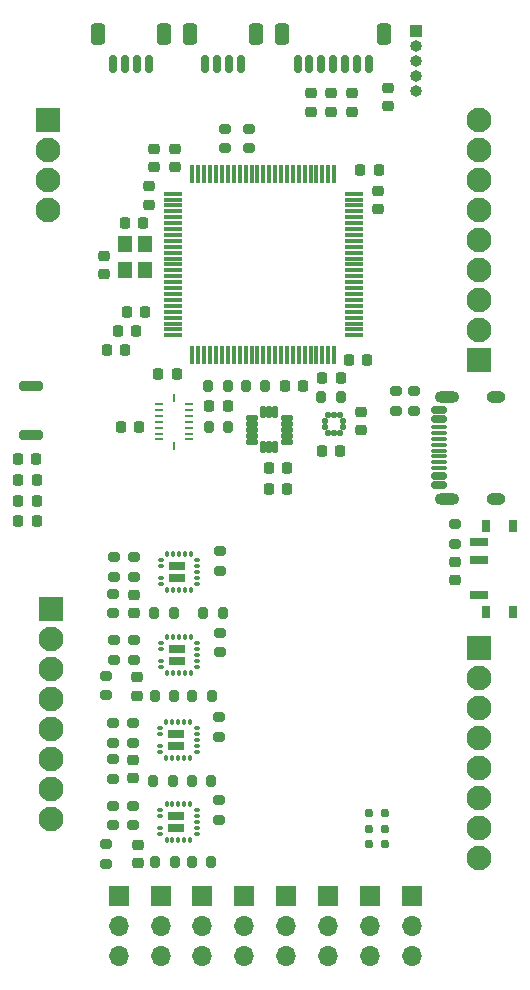
<source format=gbr>
%TF.GenerationSoftware,KiCad,Pcbnew,9.0.0*%
%TF.CreationDate,2025-04-29T15:48:10-04:00*%
%TF.ProjectId,Aurora Orbiton Edition,4175726f-7261-4204-9f72-6269746f6e20,rev?*%
%TF.SameCoordinates,Original*%
%TF.FileFunction,Soldermask,Top*%
%TF.FilePolarity,Negative*%
%FSLAX46Y46*%
G04 Gerber Fmt 4.6, Leading zero omitted, Abs format (unit mm)*
G04 Created by KiCad (PCBNEW 9.0.0) date 2025-04-29 15:48:10*
%MOMM*%
%LPD*%
G01*
G04 APERTURE LIST*
G04 Aperture macros list*
%AMRoundRect*
0 Rectangle with rounded corners*
0 $1 Rounding radius*
0 $2 $3 $4 $5 $6 $7 $8 $9 X,Y pos of 4 corners*
0 Add a 4 corners polygon primitive as box body*
4,1,4,$2,$3,$4,$5,$6,$7,$8,$9,$2,$3,0*
0 Add four circle primitives for the rounded corners*
1,1,$1+$1,$2,$3*
1,1,$1+$1,$4,$5*
1,1,$1+$1,$6,$7*
1,1,$1+$1,$8,$9*
0 Add four rect primitives between the rounded corners*
20,1,$1+$1,$2,$3,$4,$5,0*
20,1,$1+$1,$4,$5,$6,$7,0*
20,1,$1+$1,$6,$7,$8,$9,0*
20,1,$1+$1,$8,$9,$2,$3,0*%
G04 Aperture macros list end*
%ADD10RoundRect,0.225000X-0.250000X0.225000X-0.250000X-0.225000X0.250000X-0.225000X0.250000X0.225000X0*%
%ADD11RoundRect,0.250001X-0.799999X0.799999X-0.799999X-0.799999X0.799999X-0.799999X0.799999X0.799999X0*%
%ADD12C,2.100000*%
%ADD13RoundRect,0.200000X-0.275000X0.200000X-0.275000X-0.200000X0.275000X-0.200000X0.275000X0.200000X0*%
%ADD14RoundRect,0.200000X0.275000X-0.200000X0.275000X0.200000X-0.275000X0.200000X-0.275000X-0.200000X0*%
%ADD15RoundRect,0.200000X-0.800000X0.200000X-0.800000X-0.200000X0.800000X-0.200000X0.800000X0.200000X0*%
%ADD16R,1.200000X1.400000*%
%ADD17RoundRect,0.225000X-0.225000X-0.250000X0.225000X-0.250000X0.225000X0.250000X-0.225000X0.250000X0*%
%ADD18R,1.700000X1.700000*%
%ADD19O,1.700000X1.700000*%
%ADD20RoundRect,0.200000X-0.200000X-0.275000X0.200000X-0.275000X0.200000X0.275000X-0.200000X0.275000X0*%
%ADD21RoundRect,0.225000X0.225000X0.250000X-0.225000X0.250000X-0.225000X-0.250000X0.225000X-0.250000X0*%
%ADD22RoundRect,0.250001X0.799999X-0.799999X0.799999X0.799999X-0.799999X0.799999X-0.799999X-0.799999X0*%
%ADD23RoundRect,0.200000X0.200000X0.275000X-0.200000X0.275000X-0.200000X-0.275000X0.200000X-0.275000X0*%
%ADD24RoundRect,0.225000X0.250000X-0.225000X0.250000X0.225000X-0.250000X0.225000X-0.250000X-0.225000X0*%
%ADD25RoundRect,0.218750X-0.218750X-0.256250X0.218750X-0.256250X0.218750X0.256250X-0.218750X0.256250X0*%
%ADD26RoundRect,0.150000X-0.150000X-0.625000X0.150000X-0.625000X0.150000X0.625000X-0.150000X0.625000X0*%
%ADD27RoundRect,0.250000X-0.350000X-0.650000X0.350000X-0.650000X0.350000X0.650000X-0.350000X0.650000X0*%
%ADD28R,1.000000X1.000000*%
%ADD29O,1.000000X1.000000*%
%ADD30RoundRect,0.218750X-0.256250X0.218750X-0.256250X-0.218750X0.256250X-0.218750X0.256250X0.218750X0*%
%ADD31O,0.300000X0.650000*%
%ADD32O,0.650000X0.300000*%
%ADD33R,1.350000X0.800000*%
%ADD34RoundRect,0.075000X-0.725000X-0.075000X0.725000X-0.075000X0.725000X0.075000X-0.725000X0.075000X0*%
%ADD35RoundRect,0.075000X-0.075000X-0.725000X0.075000X-0.725000X0.075000X0.725000X-0.075000X0.725000X0*%
%ADD36RoundRect,0.150000X0.500000X-0.150000X0.500000X0.150000X-0.500000X0.150000X-0.500000X-0.150000X0*%
%ADD37RoundRect,0.075000X0.575000X-0.075000X0.575000X0.075000X-0.575000X0.075000X-0.575000X-0.075000X0*%
%ADD38O,2.100000X1.000000*%
%ADD39O,1.600000X1.000000*%
%ADD40R,0.800000X1.000000*%
%ADD41R,1.500000X0.700000*%
%ADD42RoundRect,0.102000X0.415000X0.135000X-0.415000X0.135000X-0.415000X-0.135000X0.415000X-0.135000X0*%
%ADD43RoundRect,0.102000X0.135000X0.415000X-0.135000X0.415000X-0.135000X-0.415000X0.135000X-0.415000X0*%
%ADD44R,0.675000X0.250000*%
%ADD45R,0.250000X0.675000*%
%ADD46RoundRect,0.102000X-0.137500X0.125000X-0.137500X-0.125000X0.137500X-0.125000X0.137500X0.125000X0*%
%ADD47RoundRect,0.102000X-0.125000X0.137500X-0.125000X-0.137500X0.125000X-0.137500X0.125000X0.137500X0*%
%ADD48RoundRect,0.218750X0.256250X-0.218750X0.256250X0.218750X-0.256250X0.218750X-0.256250X-0.218750X0*%
%ADD49C,0.770000*%
G04 APERTURE END LIST*
D10*
%TO.C,C45*%
X157540460Y-55064012D03*
X157540460Y-56614012D03*
%TD*%
D11*
%TO.C,J10*%
X129050000Y-99130000D03*
D12*
X129050000Y-101670000D03*
X129050000Y-104210000D03*
X129050000Y-106750000D03*
X129050000Y-109290000D03*
X129050000Y-111830000D03*
X129050000Y-114370000D03*
X129050000Y-116910000D03*
%TD*%
D13*
%TO.C,R42*%
X134250000Y-108825000D03*
X134250000Y-110475000D03*
%TD*%
D14*
%TO.C,R39*%
X136000000Y-117475000D03*
X136000000Y-115825000D03*
%TD*%
%TO.C,R38*%
X136000000Y-110475000D03*
X136000000Y-108825000D03*
%TD*%
D15*
%TO.C,SW2*%
X127288760Y-80272440D03*
X127288760Y-84472440D03*
%TD*%
D16*
%TO.C,Y1*%
X137000000Y-70500000D03*
X137000000Y-68300000D03*
X135250000Y-68300000D03*
X135250000Y-70500000D03*
%TD*%
D10*
%TO.C,C23*%
X156750000Y-63750000D03*
X156750000Y-65300000D03*
%TD*%
D17*
%TO.C,C22*%
X151994920Y-79652368D03*
X153544920Y-79652368D03*
%TD*%
D13*
%TO.C,R47*%
X143250000Y-108349992D03*
X143250000Y-109999992D03*
%TD*%
D18*
%TO.C,M7*%
X156050000Y-123500000D03*
D19*
X156050000Y-126040000D03*
X156050000Y-128580000D03*
%TD*%
D20*
%TO.C,R45*%
X137856851Y-120626004D03*
X139506851Y-120626004D03*
%TD*%
D13*
%TO.C,R53*%
X134250000Y-111899992D03*
X134250000Y-113549992D03*
%TD*%
D17*
%TO.C,C18*%
X148800000Y-80250000D03*
X150350000Y-80250000D03*
%TD*%
D10*
%TO.C,C48*%
X136000000Y-111949992D03*
X136000000Y-113499992D03*
%TD*%
D17*
%TO.C,C32*%
X154261390Y-78075753D03*
X155811390Y-78075753D03*
%TD*%
D21*
%TO.C,C29*%
X139653275Y-79250000D03*
X138103275Y-79250000D03*
%TD*%
D22*
%TO.C,J8*%
X165250000Y-78070000D03*
D12*
X165250000Y-75530000D03*
X165250000Y-72990000D03*
X165250000Y-70450000D03*
X165250000Y-67910000D03*
X165250000Y-65370000D03*
X165250000Y-62830000D03*
X165250000Y-60290000D03*
X165250000Y-57750000D03*
%TD*%
D21*
%TO.C,C27*%
X136500000Y-83750000D03*
X134950000Y-83750000D03*
%TD*%
D14*
%TO.C,R3*%
X158200000Y-82375000D03*
X158200000Y-80725000D03*
%TD*%
D18*
%TO.C,M2*%
X138300000Y-123500000D03*
D19*
X138300000Y-126040000D03*
X138300000Y-128580000D03*
%TD*%
D13*
%TO.C,R43*%
X134250000Y-115825000D03*
X134250000Y-117475000D03*
%TD*%
D18*
%TO.C,M4*%
X145400000Y-123500000D03*
D19*
X145400000Y-126040000D03*
X145400000Y-128580000D03*
%TD*%
D18*
%TO.C,M5*%
X148950000Y-123500000D03*
D19*
X148950000Y-126040000D03*
X148950000Y-128580000D03*
%TD*%
D20*
%TO.C,R15*%
X142350000Y-80250000D03*
X144000000Y-80250000D03*
%TD*%
D23*
%TO.C,R14*%
X153575000Y-81250000D03*
X151925000Y-81250000D03*
%TD*%
D24*
%TO.C,C36*%
X139500000Y-61775000D03*
X139500000Y-60225000D03*
%TD*%
D21*
%TO.C,C3*%
X136799884Y-66502317D03*
X135249884Y-66502317D03*
%TD*%
D11*
%TO.C,J4*%
X128750000Y-57750000D03*
D12*
X128750000Y-60290000D03*
X128750000Y-62830000D03*
X128750000Y-65370000D03*
%TD*%
D25*
%TO.C,D5*%
X126212500Y-86500000D03*
X127787500Y-86500000D03*
%TD*%
D23*
%TO.C,R32*%
X142650000Y-106524992D03*
X141000000Y-106524992D03*
%TD*%
%TO.C,R49*%
X142575000Y-113749992D03*
X140925000Y-113749992D03*
%TD*%
D18*
%TO.C,M6*%
X152500000Y-123500000D03*
D19*
X152500000Y-126040000D03*
X152500000Y-128580000D03*
%TD*%
D26*
%TO.C,J1*%
X134300000Y-53025000D03*
X135300000Y-53025000D03*
X136300000Y-53025000D03*
X137300000Y-53025000D03*
D27*
X133000000Y-50500000D03*
X138600000Y-50500000D03*
%TD*%
D26*
%TO.C,J6*%
X142100000Y-53025000D03*
X143100000Y-53025000D03*
X144100000Y-53025000D03*
X145100000Y-53025000D03*
D27*
X140800000Y-50500000D03*
X146400000Y-50500000D03*
%TD*%
D28*
%TO.C,J9*%
X159919076Y-50244481D03*
D29*
X159919076Y-51514481D03*
X159919076Y-52784481D03*
X159919076Y-54054481D03*
X159919076Y-55324481D03*
%TD*%
D30*
%TO.C,D10*%
X152750000Y-55500000D03*
X152750000Y-57075000D03*
%TD*%
D13*
%TO.C,R24*%
X134325000Y-101800000D03*
X134325000Y-103450000D03*
%TD*%
D23*
%TO.C,R31*%
X143575000Y-99499992D03*
X141925000Y-99499992D03*
%TD*%
D24*
%TO.C,C31*%
X137750000Y-61775000D03*
X137750000Y-60225000D03*
%TD*%
D13*
%TO.C,R4*%
X163200000Y-92000000D03*
X163200000Y-93650000D03*
%TD*%
D31*
%TO.C,U12*%
X138809447Y-118761568D03*
X139309447Y-118761568D03*
X139809447Y-118761568D03*
X140309447Y-118761568D03*
X140809447Y-118761568D03*
D32*
X141359447Y-118211568D03*
X141359447Y-117711568D03*
X141359447Y-117211568D03*
X141359447Y-116711568D03*
X141359447Y-116211568D03*
D31*
X140809447Y-115661568D03*
X140309447Y-115661568D03*
X139809447Y-115661568D03*
X139309447Y-115661568D03*
X138809447Y-115661568D03*
D32*
X138259447Y-116211568D03*
X138259447Y-116711568D03*
X138259447Y-117711568D03*
X138259447Y-118211568D03*
D33*
X139639447Y-116711568D03*
X139639447Y-117711568D03*
%TD*%
D13*
%TO.C,R48*%
X143210812Y-115362264D03*
X143210812Y-117012264D03*
%TD*%
D25*
%TO.C,D6*%
X126250000Y-88250000D03*
X127825000Y-88250000D03*
%TD*%
D10*
%TO.C,C5*%
X133500000Y-69275000D03*
X133500000Y-70825000D03*
%TD*%
D34*
%TO.C,U3*%
X139325000Y-64000000D03*
X139325000Y-64500000D03*
X139325000Y-65000000D03*
X139325000Y-65500000D03*
X139325000Y-66000000D03*
X139325000Y-66500000D03*
X139325000Y-67000000D03*
X139325000Y-67500000D03*
X139325000Y-68000000D03*
X139325000Y-68500000D03*
X139325000Y-69000000D03*
X139325000Y-69500000D03*
X139325000Y-70000000D03*
X139325000Y-70500000D03*
X139325000Y-71000000D03*
X139325000Y-71500000D03*
X139325000Y-72000000D03*
X139325000Y-72500000D03*
X139325000Y-73000000D03*
X139325000Y-73500000D03*
X139325000Y-74000000D03*
X139325000Y-74500000D03*
X139325000Y-75000000D03*
X139325000Y-75500000D03*
X139325000Y-76000000D03*
D35*
X141000000Y-77675000D03*
X141500000Y-77675000D03*
X142000000Y-77675000D03*
X142500000Y-77675000D03*
X143000000Y-77675000D03*
X143500000Y-77675000D03*
X144000000Y-77675000D03*
X144500000Y-77675000D03*
X145000000Y-77675000D03*
X145500000Y-77675000D03*
X146000000Y-77675000D03*
X146500000Y-77675000D03*
X147000000Y-77675000D03*
X147500000Y-77675000D03*
X148000000Y-77675000D03*
X148500000Y-77675000D03*
X149000000Y-77675000D03*
X149500000Y-77675000D03*
X150000000Y-77675000D03*
X150500000Y-77675000D03*
X151000000Y-77675000D03*
X151500000Y-77675000D03*
X152000000Y-77675000D03*
X152500000Y-77675000D03*
X153000000Y-77675000D03*
D34*
X154675000Y-76000000D03*
X154675000Y-75500000D03*
X154675000Y-75000000D03*
X154675000Y-74500000D03*
X154675000Y-74000000D03*
X154675000Y-73500000D03*
X154675000Y-73000000D03*
X154675000Y-72500000D03*
X154675000Y-72000000D03*
X154675000Y-71500000D03*
X154675000Y-71000000D03*
X154675000Y-70500000D03*
X154675000Y-70000000D03*
X154675000Y-69500000D03*
X154675000Y-69000000D03*
X154675000Y-68500000D03*
X154675000Y-68000000D03*
X154675000Y-67500000D03*
X154675000Y-67000000D03*
X154675000Y-66500000D03*
X154675000Y-66000000D03*
X154675000Y-65500000D03*
X154675000Y-65000000D03*
X154675000Y-64500000D03*
X154675000Y-64000000D03*
D35*
X153000000Y-62325000D03*
X152500000Y-62325000D03*
X152000000Y-62325000D03*
X151500000Y-62325000D03*
X151000000Y-62325000D03*
X150500000Y-62325000D03*
X150000000Y-62325000D03*
X149500000Y-62325000D03*
X149000000Y-62325000D03*
X148500000Y-62325000D03*
X148000000Y-62325000D03*
X147500000Y-62325000D03*
X147000000Y-62325000D03*
X146500000Y-62325000D03*
X146000000Y-62325000D03*
X145500000Y-62325000D03*
X145000000Y-62325000D03*
X144500000Y-62325000D03*
X144000000Y-62325000D03*
X143500000Y-62325000D03*
X143000000Y-62325000D03*
X142500000Y-62325000D03*
X142000000Y-62325000D03*
X141500000Y-62325000D03*
X141000000Y-62325000D03*
%TD*%
D13*
%TO.C,R29*%
X143325000Y-94274992D03*
X143325000Y-95924992D03*
%TD*%
D18*
%TO.C,M3*%
X141850000Y-123500000D03*
D19*
X141850000Y-126040000D03*
X141850000Y-128580000D03*
%TD*%
D13*
%TO.C,R35*%
X133650000Y-104825000D03*
X133650000Y-106475000D03*
%TD*%
D10*
%TO.C,C41*%
X136300000Y-104949992D03*
X136300000Y-106499992D03*
%TD*%
D21*
%TO.C,C34*%
X135325000Y-77200000D03*
X133775000Y-77200000D03*
%TD*%
D31*
%TO.C,U11*%
X138800000Y-111799992D03*
X139300000Y-111799992D03*
X139800000Y-111799992D03*
X140300000Y-111799992D03*
X140800000Y-111799992D03*
D32*
X141350000Y-111249992D03*
X141350000Y-110749992D03*
X141350000Y-110249992D03*
X141350000Y-109749992D03*
X141350000Y-109249992D03*
D31*
X140800000Y-108699992D03*
X140300000Y-108699992D03*
X139800000Y-108699992D03*
X139300000Y-108699992D03*
X138800000Y-108699992D03*
D32*
X138250000Y-109249992D03*
X138250000Y-109749992D03*
X138250000Y-110749992D03*
X138250000Y-111249992D03*
D33*
X139630000Y-109749992D03*
X139630000Y-110749992D03*
%TD*%
D23*
%TO.C,R19*%
X144016680Y-83750000D03*
X142366680Y-83750000D03*
%TD*%
D13*
%TO.C,R30*%
X143325000Y-101199992D03*
X143325000Y-102849992D03*
%TD*%
D24*
%TO.C,C21*%
X155250000Y-84037500D03*
X155250000Y-82487500D03*
%TD*%
D17*
%TO.C,C24*%
X147475000Y-87250000D03*
X149025000Y-87250000D03*
%TD*%
D10*
%TO.C,C40*%
X136050000Y-97949992D03*
X136050000Y-99499992D03*
%TD*%
D20*
%TO.C,R28*%
X137825000Y-106500000D03*
X139475000Y-106500000D03*
%TD*%
D18*
%TO.C,M1*%
X134750000Y-123500000D03*
D19*
X134750000Y-126040000D03*
X134750000Y-128580000D03*
%TD*%
D13*
%TO.C,R23*%
X134325000Y-94775000D03*
X134325000Y-96425000D03*
%TD*%
D25*
%TO.C,D8*%
X126250000Y-91750000D03*
X127825000Y-91750000D03*
%TD*%
D10*
%TO.C,C49*%
X136400000Y-119125000D03*
X136400000Y-120675000D03*
%TD*%
D13*
%TO.C,R34*%
X134300000Y-97875000D03*
X134300000Y-99525000D03*
%TD*%
D31*
%TO.C,U9*%
X138875000Y-97599992D03*
X139375000Y-97599992D03*
X139875000Y-97599992D03*
X140375000Y-97599992D03*
X140875000Y-97599992D03*
D32*
X141425000Y-97049992D03*
X141425000Y-96549992D03*
X141425000Y-96049992D03*
X141425000Y-95549992D03*
X141425000Y-95049992D03*
D31*
X140875000Y-94499992D03*
X140375000Y-94499992D03*
X139875000Y-94499992D03*
X139375000Y-94499992D03*
X138875000Y-94499992D03*
D32*
X138325000Y-95049992D03*
X138325000Y-95549992D03*
X138325000Y-96549992D03*
X138325000Y-97049992D03*
D33*
X139705000Y-95549992D03*
X139705000Y-96549992D03*
%TD*%
D21*
%TO.C,C33*%
X136250000Y-75600000D03*
X134700000Y-75600000D03*
%TD*%
D25*
%TO.C,D7*%
X126250000Y-90000000D03*
X127825000Y-90000000D03*
%TD*%
D36*
%TO.C,J2*%
X161880000Y-88700000D03*
X161880000Y-87900000D03*
D37*
X161880000Y-86750000D03*
X161880000Y-85750000D03*
X161880000Y-85250000D03*
X161880000Y-84250000D03*
D36*
X161880000Y-83100000D03*
X161880000Y-82300000D03*
X161880000Y-82300000D03*
X161880000Y-83100000D03*
D37*
X161880000Y-83750000D03*
X161880000Y-84750000D03*
X161880000Y-86250000D03*
X161880000Y-87250000D03*
D36*
X161880000Y-87900000D03*
X161880000Y-88700000D03*
D38*
X162520000Y-89820000D03*
D39*
X166700000Y-89820000D03*
D38*
X162520000Y-81180000D03*
D39*
X166700000Y-81180000D03*
%TD*%
D20*
%TO.C,R27*%
X137750000Y-99499992D03*
X139400000Y-99499992D03*
%TD*%
%TO.C,R44*%
X137675000Y-113749992D03*
X139325000Y-113749992D03*
%TD*%
D14*
%TO.C,R20*%
X136075000Y-96425000D03*
X136075000Y-94775000D03*
%TD*%
D40*
%TO.C,SW1*%
X165890000Y-99400000D03*
X168100000Y-99400000D03*
X165890000Y-92100000D03*
X168100000Y-92100000D03*
D41*
X165240000Y-98000000D03*
X165240000Y-95000000D03*
X165240000Y-93500000D03*
%TD*%
D30*
%TO.C,D11*%
X154500000Y-55500000D03*
X154500000Y-57075000D03*
%TD*%
D42*
%TO.C,U6*%
X148970000Y-85000000D03*
X148970000Y-84500000D03*
X148970000Y-84000000D03*
X148970000Y-83500000D03*
X148970000Y-83000000D03*
D43*
X148000000Y-82530000D03*
X147500000Y-82530000D03*
X147000000Y-82530000D03*
D42*
X146030000Y-83000000D03*
X146030000Y-83500000D03*
X146030000Y-84000000D03*
X146030000Y-84500000D03*
X146030000Y-85000000D03*
D43*
X147000000Y-85470000D03*
X147500000Y-85470000D03*
X148000000Y-85470000D03*
%TD*%
D13*
%TO.C,R12*%
X145750000Y-58500000D03*
X145750000Y-60150000D03*
%TD*%
D24*
%TO.C,C30*%
X137362818Y-64935932D03*
X137362818Y-63385932D03*
%TD*%
D17*
%TO.C,C37*%
X155225000Y-62000000D03*
X156775000Y-62000000D03*
%TD*%
D21*
%TO.C,C35*%
X137025000Y-74000000D03*
X135475000Y-74000000D03*
%TD*%
D13*
%TO.C,R13*%
X143750000Y-58500000D03*
X143750000Y-60150000D03*
%TD*%
%TO.C,R54*%
X133650000Y-119075000D03*
X133650000Y-120725000D03*
%TD*%
D18*
%TO.C,M8*%
X159600000Y-123500000D03*
D19*
X159600000Y-126040000D03*
X159600000Y-128580000D03*
%TD*%
D31*
%TO.C,U10*%
X138875000Y-104624992D03*
X139375000Y-104624992D03*
X139875000Y-104624992D03*
X140375000Y-104624992D03*
X140875000Y-104624992D03*
D32*
X141425000Y-104074992D03*
X141425000Y-103574992D03*
X141425000Y-103074992D03*
X141425000Y-102574992D03*
X141425000Y-102074992D03*
D31*
X140875000Y-101524992D03*
X140375000Y-101524992D03*
X139875000Y-101524992D03*
X139375000Y-101524992D03*
X138875000Y-101524992D03*
D32*
X138325000Y-102074992D03*
X138325000Y-102574992D03*
X138325000Y-103574992D03*
X138325000Y-104074992D03*
D33*
X139705000Y-102574992D03*
X139705000Y-103574992D03*
%TD*%
D17*
%TO.C,C26*%
X142418346Y-82000000D03*
X143968346Y-82000000D03*
%TD*%
D26*
%TO.C,J3*%
X149909968Y-53020433D03*
X150909968Y-53020433D03*
X151909968Y-53020433D03*
X152909968Y-53020433D03*
X153909968Y-53020433D03*
X154909968Y-53020433D03*
X155909968Y-53020433D03*
D27*
X148609968Y-50495433D03*
X157209968Y-50495433D03*
%TD*%
D44*
%TO.C,U5*%
X140686159Y-81813322D03*
X140686159Y-82313322D03*
X140686159Y-82813322D03*
X140686159Y-83313322D03*
X140686159Y-83813322D03*
X140686159Y-84313322D03*
X140686159Y-84813322D03*
D45*
X139423659Y-85325822D03*
D44*
X138161159Y-84813322D03*
X138161159Y-84313322D03*
X138161159Y-83813322D03*
X138161159Y-83313322D03*
X138161159Y-82813322D03*
X138161159Y-82313322D03*
X138161159Y-81813322D03*
D45*
X139423659Y-81300822D03*
%TD*%
D23*
%TO.C,R50*%
X142599391Y-120629219D03*
X140949391Y-120629219D03*
%TD*%
D17*
%TO.C,C25*%
X147475000Y-89000000D03*
X149025000Y-89000000D03*
%TD*%
D23*
%TO.C,R16*%
X147150000Y-80250000D03*
X145500000Y-80250000D03*
%TD*%
D14*
%TO.C,R5*%
X159750000Y-82400000D03*
X159750000Y-80750000D03*
%TD*%
D46*
%TO.C,U4*%
X153762500Y-83762500D03*
X153762500Y-83262500D03*
D47*
X153500000Y-82750000D03*
X153000000Y-82750000D03*
X152500000Y-82750000D03*
D46*
X152237500Y-83262500D03*
X152237500Y-83762500D03*
D47*
X152500000Y-84275000D03*
X153000000Y-84275000D03*
X153500000Y-84275000D03*
%TD*%
D11*
%TO.C,J11*%
X165250000Y-102500000D03*
D12*
X165250000Y-105040000D03*
X165250000Y-107580000D03*
X165250000Y-110120000D03*
X165250000Y-112660000D03*
X165250000Y-115200000D03*
X165250000Y-117740000D03*
X165250000Y-120280000D03*
%TD*%
D21*
%TO.C,C20*%
X153525000Y-85762500D03*
X151975000Y-85762500D03*
%TD*%
D48*
%TO.C,D2*%
X163200000Y-96737500D03*
X163200000Y-95162500D03*
%TD*%
D30*
%TO.C,D9*%
X151000000Y-55500000D03*
X151000000Y-57075000D03*
%TD*%
D14*
%TO.C,R21*%
X136075000Y-103450000D03*
X136075000Y-101800000D03*
%TD*%
D49*
%TO.C,U8*%
X155976049Y-116471187D03*
X155976049Y-117771187D03*
X155976049Y-119071187D03*
X157276049Y-116471187D03*
X157276049Y-117771187D03*
X157276049Y-119071187D03*
%TD*%
M02*

</source>
